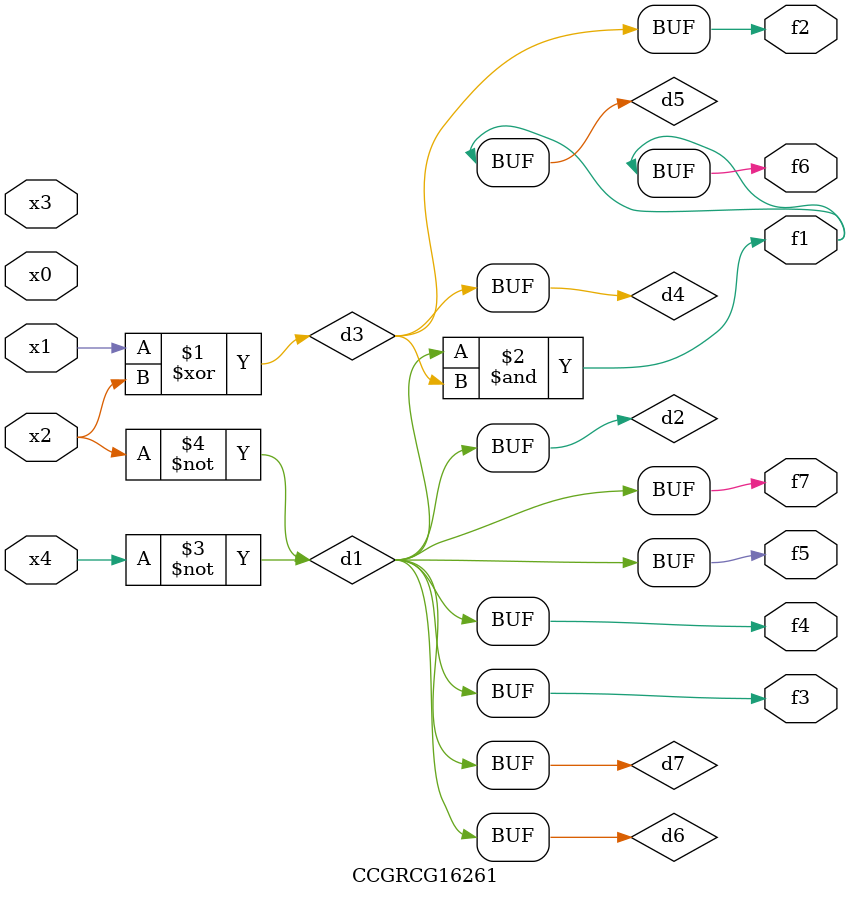
<source format=v>
module CCGRCG16261(
	input x0, x1, x2, x3, x4,
	output f1, f2, f3, f4, f5, f6, f7
);

	wire d1, d2, d3, d4, d5, d6, d7;

	not (d1, x4);
	not (d2, x2);
	xor (d3, x1, x2);
	buf (d4, d3);
	and (d5, d1, d3);
	buf (d6, d1, d2);
	buf (d7, d2);
	assign f1 = d5;
	assign f2 = d4;
	assign f3 = d7;
	assign f4 = d7;
	assign f5 = d7;
	assign f6 = d5;
	assign f7 = d7;
endmodule

</source>
